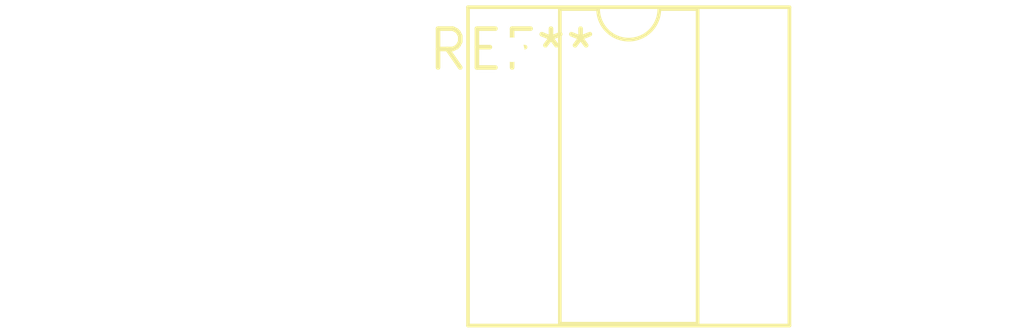
<source format=kicad_pcb>
(kicad_pcb (version 20240108) (generator pcbnew)
  (layers (0 "F.Cu" signal) (31 "B.Cu" signal) (34 "B.Paste" user) (35 "F.Paste" user) (36 "B.SilkS" user "B.Silkscreen") (37 "F.SilkS" user "F.Silkscreen") (38 "B.Mask" user) (39 "F.Mask" user) (44 "Edge.Cuts" user))
  (net 0 "")
  (footprint "DIP-8_W7.62mm_Socket_LongPads" (layer "F.Cu") (at 0 0)
    (property "Reference" "REF**")
    (property "Value" "DIP-8_W7.62mm_Socket_LongPads")
    (fp_line (start -1.44 -1.39) (end -1.44 9.01) (layer "F.SilkS") (stroke (width 0.12)))
    (fp_line (start -1.44 9.01) (end 9.06 9.01) (layer "F.SilkS") (stroke (width 0.12)))
    (fp_line (start 1.56 -1.33) (end 1.56 8.95) (layer "F.SilkS") (stroke (width 0.12)))
    (fp_line (start 1.56 8.95) (end 6.06 8.95) (layer "F.SilkS") (stroke (width 0.12)))
    (fp_line (start 2.81 -1.33) (end 1.56 -1.33) (layer "F.SilkS") (stroke (width 0.12)))
    (fp_line (start 6.06 -1.33) (end 4.81 -1.33) (layer "F.SilkS") (stroke (width 0.12)))
    (fp_line (start 6.06 8.95) (end 6.06 -1.33) (layer "F.SilkS") (stroke (width 0.12)))
    (fp_line (start 9.06 -1.39) (end -1.44 -1.39) (layer "F.SilkS") (stroke (width 0.12)))
    (fp_line (start 9.06 9.01) (end 9.06 -1.39) (layer "F.SilkS") (stroke (width 0.12)))
    (fp_arc (start 4.81 -1.33) (mid 3.81 -0.33) (end 2.81 -1.33) (layer "F.SilkS") (stroke (width 0.12)))
    (pad "1" thru_hole rect (at 0 0) (size 2.4 1.6) (drill 0.8) (layers *.Cu *.Mask) (remove_unused_layers))
    (pad "2" thru_hole oval (at 0 2.54) (size 2.4 1.6) (drill 0.8) (layers *.Cu *.Mask) (remove_unused_layers))
    (pad "3" thru_hole oval (at 0 5.08) (size 2.4 1.6) (drill 0.8) (layers *.Cu *.Mask) (remove_unused_layers))
    (pad "4" thru_hole oval (at 0 7.62) (size 2.4 1.6) (drill 0.8) (layers *.Cu *.Mask) (remove_unused_layers))
    (pad "5" thru_hole oval (at 7.62 7.62) (size 2.4 1.6) (drill 0.8) (layers *.Cu *.Mask) (remove_unused_layers))
    (pad "6" thru_hole oval (at 7.62 5.08) (size 2.4 1.6) (drill 0.8) (layers *.Cu *.Mask) (remove_unused_layers))
    (pad "7" thru_hole oval (at 7.62 2.54) (size 2.4 1.6) (drill 0.8) (layers *.Cu *.Mask) (remove_unused_layers))
    (pad "8" thru_hole oval (at 7.62 0) (size 2.4 1.6) (drill 0.8) (layers *.Cu *.Mask) (remove_unused_layers))
  )
)
</source>
